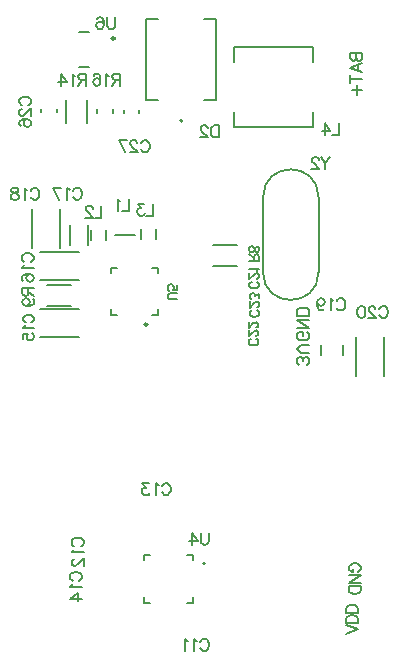
<source format=gbo>
G04*
G04 #@! TF.GenerationSoftware,Altium Limited,Altium Designer,19.0.15 (446)*
G04*
G04 Layer_Color=32896*
%FSLAX44Y44*%
%MOMM*%
G71*
G01*
G75*
%ADD11C,0.2000*%
%ADD12C,0.2500*%
%ADD13C,0.1270*%
%ADD17C,0.1778*%
D11*
X161797Y478979D02*
G03*
X161797Y478979I-1000J0D01*
G01*
X181037Y104193D02*
G03*
X181037Y104193I-1000J0D01*
G01*
X332652Y262732D02*
Y295794D01*
X309090Y262732D02*
Y295794D01*
X279223Y280586D02*
Y289059D01*
X297806Y280586D02*
Y289059D01*
X41137Y295810D02*
X74199D01*
X41137Y319372D02*
X74199D01*
X41140Y367810D02*
X74202D01*
X41140Y344248D02*
X74202D01*
X139453Y378883D02*
Y387383D01*
X126977Y378829D02*
Y387329D01*
X84552Y377743D02*
Y386243D01*
X97029Y377796D02*
Y386296D01*
X104665Y382439D02*
X121965D01*
X34464Y371541D02*
Y404603D01*
X58026Y371541D02*
Y404603D01*
X205453Y473892D02*
Y486617D01*
Y528407D02*
Y541132D01*
X272693D01*
Y473892D02*
Y486617D01*
Y528407D02*
Y541132D01*
X205453Y473892D02*
X272693D01*
X74573Y524201D02*
X82572D01*
X74573Y554201D02*
X82572D01*
X101380Y349715D02*
Y354715D01*
X106380D01*
X141380Y349715D02*
Y354715D01*
X136380D02*
X141380D01*
X101380Y314715D02*
Y319715D01*
Y314715D02*
X106380D01*
X141380D02*
Y319715D01*
X136380Y314715D02*
X141380D01*
X66948Y373621D02*
Y390346D01*
X81673Y373621D02*
Y390346D01*
X26464Y337651D02*
X36621D01*
X26464D02*
Y333297D01*
X26947Y331846D01*
X27431Y331362D01*
X28398Y330879D01*
X29366D01*
X30333Y331362D01*
X30817Y331846D01*
X31301Y333297D01*
Y337651D01*
Y334265D02*
X36621Y330879D01*
X29850Y322317D02*
X31301Y322801D01*
X32268Y323768D01*
X32752Y325219D01*
Y325703D01*
X32268Y327154D01*
X31301Y328122D01*
X29850Y328605D01*
X29366D01*
X27915Y328122D01*
X26947Y327154D01*
X26464Y325703D01*
Y325219D01*
X26947Y323768D01*
X27915Y322801D01*
X29850Y322317D01*
X32268D01*
X34687Y322801D01*
X36138Y323768D01*
X36621Y325219D01*
Y326187D01*
X36138Y327638D01*
X35170Y328122D01*
X192736Y475095D02*
Y464937D01*
Y475095D02*
X189349D01*
X187898Y474612D01*
X186931Y473644D01*
X186447Y472677D01*
X185964Y471226D01*
Y468807D01*
X186447Y467356D01*
X186931Y466389D01*
X187898Y465421D01*
X189349Y464937D01*
X192736D01*
X183206Y472677D02*
Y473160D01*
X182723Y474128D01*
X182239Y474612D01*
X181272Y475095D01*
X179337D01*
X178369Y474612D01*
X177886Y474128D01*
X177402Y473160D01*
Y472193D01*
X177886Y471226D01*
X178853Y469774D01*
X183690Y464937D01*
X176918D01*
X29346Y308321D02*
X28499Y308744D01*
X27653Y309590D01*
X27229Y310437D01*
Y312130D01*
X27653Y312976D01*
X28499Y313823D01*
X29346Y314246D01*
X30615Y314669D01*
X32732D01*
X34001Y314246D01*
X34848Y313823D01*
X35694Y312976D01*
X36117Y312130D01*
Y310437D01*
X35694Y309590D01*
X34848Y308744D01*
X34001Y308321D01*
X28922Y305824D02*
X28499Y304977D01*
X27229Y303707D01*
X36117D01*
X27229Y294227D02*
Y298459D01*
X31039Y298883D01*
X30615Y298459D01*
X30192Y297190D01*
Y295920D01*
X30615Y294650D01*
X31462Y293804D01*
X32732Y293380D01*
X33578D01*
X34848Y293804D01*
X35694Y294650D01*
X36117Y295920D01*
Y297190D01*
X35694Y298459D01*
X35271Y298883D01*
X34425Y299306D01*
X93366Y406902D02*
Y396744D01*
X87561D01*
X85965Y404483D02*
Y404967D01*
X85481Y405934D01*
X84997Y406418D01*
X84030Y406902D01*
X82095D01*
X81128Y406418D01*
X80644Y405934D01*
X80160Y404967D01*
Y403999D01*
X80644Y403032D01*
X81611Y401581D01*
X86449Y396744D01*
X79677D01*
X116367Y412934D02*
Y402776D01*
X110562D01*
X109450Y410999D02*
X108482Y411483D01*
X107031Y412934D01*
Y402776D01*
X80416Y518695D02*
Y508537D01*
Y518695D02*
X76062D01*
X74611Y518211D01*
X74127Y517728D01*
X73644Y516760D01*
Y515793D01*
X74127Y514825D01*
X74611Y514342D01*
X76062Y513858D01*
X80416D01*
X77030D02*
X73644Y508537D01*
X71370Y516760D02*
X70403Y517244D01*
X68952Y518695D01*
Y508537D01*
X59084Y518695D02*
X63921Y511923D01*
X56666D01*
X59084Y518695D02*
Y508537D01*
X28178Y359390D02*
X27210Y359874D01*
X26243Y360841D01*
X25759Y361809D01*
Y363744D01*
X26243Y364711D01*
X27210Y365678D01*
X28178Y366162D01*
X29629Y366646D01*
X32048D01*
X33499Y366162D01*
X34466Y365678D01*
X35433Y364711D01*
X35917Y363744D01*
Y361809D01*
X35433Y360841D01*
X34466Y359874D01*
X33499Y359390D01*
X27694Y356536D02*
X27210Y355569D01*
X25759Y354118D01*
X35917D01*
X27210Y343283D02*
X26243Y343766D01*
X25759Y345218D01*
Y346185D01*
X26243Y347636D01*
X27694Y348603D01*
X30113Y349087D01*
X32531D01*
X34466Y348603D01*
X35433Y347636D01*
X35917Y346185D01*
Y345701D01*
X35433Y344250D01*
X34466Y343283D01*
X33015Y342799D01*
X32531D01*
X31080Y343283D01*
X30113Y344250D01*
X29629Y345701D01*
Y346185D01*
X30113Y347636D01*
X31080Y348603D01*
X32531Y349087D01*
X105024Y566781D02*
Y559525D01*
X104540Y558074D01*
X103573Y557106D01*
X102121Y556623D01*
X101154D01*
X99703Y557106D01*
X98736Y558074D01*
X98252Y559525D01*
Y566781D01*
X89642Y565329D02*
X90126Y566297D01*
X91577Y566781D01*
X92544D01*
X93995Y566297D01*
X94963Y564846D01*
X95446Y562427D01*
Y560009D01*
X94963Y558074D01*
X93995Y557106D01*
X92544Y556623D01*
X92060D01*
X90609Y557106D01*
X89642Y558074D01*
X89158Y559525D01*
Y560009D01*
X89642Y561460D01*
X90609Y562427D01*
X92060Y562911D01*
X92544D01*
X93995Y562427D01*
X94963Y561460D01*
X95446Y560009D01*
X109082Y518697D02*
Y508540D01*
Y518697D02*
X104729D01*
X103278Y518214D01*
X102794Y517730D01*
X102310Y516763D01*
Y515795D01*
X102794Y514828D01*
X103278Y514344D01*
X104729Y513860D01*
X109082D01*
X105696D02*
X102310Y508540D01*
X100037Y516763D02*
X99070Y517246D01*
X97619Y518697D01*
Y508540D01*
X86784Y517246D02*
X87267Y518214D01*
X88718Y518697D01*
X89686D01*
X91137Y518214D01*
X92104Y516763D01*
X92588Y514344D01*
Y511925D01*
X92104Y509991D01*
X91137Y509023D01*
X89686Y508540D01*
X89202D01*
X87751Y509023D01*
X86784Y509991D01*
X86300Y511442D01*
Y511925D01*
X86784Y513377D01*
X87751Y514344D01*
X89202Y514828D01*
X89686D01*
X91137Y514344D01*
X92104Y513377D01*
X92588Y511925D01*
X294179Y476865D02*
Y466707D01*
X288375D01*
X282425Y476865D02*
X287262Y470093D01*
X280006D01*
X282425Y476865D02*
Y466707D01*
X126884Y460069D02*
X127368Y461036D01*
X128335Y462004D01*
X129303Y462488D01*
X131237D01*
X132205Y462004D01*
X133172Y461036D01*
X133656Y460069D01*
X134140Y458618D01*
Y456199D01*
X133656Y454748D01*
X133172Y453781D01*
X132205Y452813D01*
X131237Y452330D01*
X129303D01*
X128335Y452813D01*
X127368Y453781D01*
X126884Y454748D01*
X123546Y460069D02*
Y460553D01*
X123063Y461520D01*
X122579Y462004D01*
X121612Y462488D01*
X119677D01*
X118709Y462004D01*
X118226Y461520D01*
X117742Y460553D01*
Y459585D01*
X118226Y458618D01*
X119193Y457167D01*
X124030Y452330D01*
X117258D01*
X108213Y462488D02*
X113050Y452330D01*
X114985Y462488D02*
X108213D01*
X26171Y492250D02*
X25204Y492733D01*
X24236Y493701D01*
X23753Y494668D01*
Y496603D01*
X24236Y497570D01*
X25204Y498538D01*
X26171Y499021D01*
X27622Y499505D01*
X30041D01*
X31492Y499021D01*
X32459Y498538D01*
X33427Y497570D01*
X33910Y496603D01*
Y494668D01*
X33427Y493701D01*
X32459Y492733D01*
X31492Y492250D01*
X26171Y488912D02*
X25687D01*
X24720Y488428D01*
X24236Y487945D01*
X23753Y486977D01*
Y485042D01*
X24236Y484075D01*
X24720Y483591D01*
X25687Y483108D01*
X26655D01*
X27622Y483591D01*
X29073Y484559D01*
X33910Y489396D01*
Y482624D01*
X25204Y474546D02*
X24236Y475030D01*
X23753Y476481D01*
Y477448D01*
X24236Y478899D01*
X25687Y479867D01*
X28106Y480350D01*
X30524D01*
X32459Y479867D01*
X33427Y478899D01*
X33910Y477448D01*
Y476964D01*
X33427Y475513D01*
X32459Y474546D01*
X31008Y474062D01*
X30524D01*
X29073Y474546D01*
X28106Y475513D01*
X27622Y476964D01*
Y477448D01*
X28106Y478899D01*
X29073Y479867D01*
X30524Y480350D01*
X184347Y130376D02*
Y123121D01*
X183863Y121670D01*
X182896Y120702D01*
X181445Y120218D01*
X180478D01*
X179026Y120702D01*
X178059Y121670D01*
X177575Y123121D01*
Y130376D01*
X169933D02*
X174770Y123604D01*
X167514D01*
X169933Y130376D02*
Y120218D01*
X286932Y448366D02*
X283062Y443528D01*
Y438208D01*
X279193Y448366D02*
X283062Y443528D01*
X277403Y445947D02*
Y446431D01*
X276919Y447398D01*
X276435Y447882D01*
X275468Y448366D01*
X273533D01*
X272566Y447882D01*
X272082Y447398D01*
X271598Y446431D01*
Y445463D01*
X272082Y444496D01*
X273050Y443045D01*
X277887Y438208D01*
X271115D01*
X157364Y327734D02*
X151740D01*
X150616Y328108D01*
X149866Y328858D01*
X149491Y329983D01*
Y330733D01*
X149866Y331857D01*
X150616Y332607D01*
X151740Y332982D01*
X157364D01*
Y339655D02*
Y335906D01*
X153990Y335531D01*
X154365Y335906D01*
X154739Y337030D01*
Y338155D01*
X154365Y339280D01*
X153615Y340029D01*
X152490Y340404D01*
X151740D01*
X150616Y340029D01*
X149866Y339280D01*
X149491Y338155D01*
Y337030D01*
X149866Y335906D01*
X150241Y335531D01*
X150991Y335156D01*
X226507Y360543D02*
X218635D01*
X226507D02*
Y363916D01*
X226132Y365041D01*
X225757Y365416D01*
X225008Y365791D01*
X224258D01*
X223508Y365416D01*
X223133Y365041D01*
X222758Y363916D01*
Y360543D01*
Y363167D02*
X218635Y365791D01*
X226507Y369427D02*
X226132Y368302D01*
X225382Y367928D01*
X224633D01*
X223883Y368302D01*
X223508Y369052D01*
X223133Y370552D01*
X222758Y371676D01*
X222009Y372426D01*
X221259Y372801D01*
X220134D01*
X219384Y372426D01*
X219010Y372051D01*
X218635Y370927D01*
Y369427D01*
X219010Y368302D01*
X219384Y367928D01*
X220134Y367553D01*
X221259D01*
X222009Y367928D01*
X222758Y368677D01*
X223133Y369802D01*
X223508Y371301D01*
X223883Y372051D01*
X224633Y372426D01*
X225382D01*
X226132Y372051D01*
X226507Y370927D01*
Y369427D01*
X137220Y408807D02*
Y398650D01*
X131415D01*
X129335Y408807D02*
X124015D01*
X126917Y404938D01*
X125466D01*
X124498Y404454D01*
X124015Y403970D01*
X123531Y402519D01*
Y401552D01*
X124015Y400101D01*
X124982Y399133D01*
X126433Y398650D01*
X127884D01*
X129335Y399133D01*
X129819Y399617D01*
X130303Y400584D01*
X224878Y318627D02*
X225628Y318252D01*
X226378Y317502D01*
X226753Y316753D01*
Y315253D01*
X226378Y314503D01*
X225628Y313754D01*
X224878Y313379D01*
X223754Y313004D01*
X221879D01*
X220755Y313379D01*
X220005Y313754D01*
X219255Y314503D01*
X218880Y315253D01*
Y316753D01*
X219255Y317502D01*
X220005Y318252D01*
X220755Y318627D01*
X224878Y321214D02*
X225253D01*
X226003Y321589D01*
X226378Y321963D01*
X226753Y322713D01*
Y324213D01*
X226378Y324962D01*
X226003Y325337D01*
X225253Y325712D01*
X224503D01*
X223754Y325337D01*
X222629Y324588D01*
X218880Y320839D01*
Y326087D01*
X226753Y328599D02*
Y332722D01*
X223754Y330473D01*
Y331598D01*
X223379Y332347D01*
X223004Y332722D01*
X221879Y333097D01*
X221130D01*
X220005Y332722D01*
X219255Y331973D01*
X218880Y330848D01*
Y329723D01*
X219255Y328599D01*
X219630Y328224D01*
X220380Y327849D01*
X224213Y294390D02*
X224963Y294015D01*
X225713Y293265D01*
X226088Y292515D01*
Y291016D01*
X225713Y290266D01*
X224963Y289516D01*
X224213Y289141D01*
X223089Y288766D01*
X221214D01*
X220090Y289141D01*
X219340Y289516D01*
X218590Y290266D01*
X218216Y291016D01*
Y292515D01*
X218590Y293265D01*
X219340Y294015D01*
X220090Y294390D01*
X224213Y296976D02*
X224588D01*
X225338Y297351D01*
X225713Y297726D01*
X226088Y298476D01*
Y299975D01*
X225713Y300725D01*
X225338Y301100D01*
X224588Y301475D01*
X223839D01*
X223089Y301100D01*
X221964Y300350D01*
X218216Y296601D01*
Y301849D01*
X224213Y303986D02*
X224588D01*
X225338Y304361D01*
X225713Y304736D01*
X226088Y305486D01*
Y306985D01*
X225713Y307735D01*
X225338Y308110D01*
X224588Y308485D01*
X223839D01*
X223089Y308110D01*
X221964Y307360D01*
X218216Y303611D01*
Y308860D01*
X224703Y342693D02*
X225452Y342318D01*
X226202Y341569D01*
X226577Y340819D01*
Y339319D01*
X226202Y338570D01*
X225452Y337820D01*
X224703Y337445D01*
X223578Y337070D01*
X221704D01*
X220579Y337445D01*
X219829Y337820D01*
X219079Y338570D01*
X218705Y339319D01*
Y340819D01*
X219079Y341569D01*
X219829Y342318D01*
X220579Y342693D01*
X224703Y345280D02*
X225077D01*
X225827Y345655D01*
X226202Y346030D01*
X226577Y346779D01*
Y348279D01*
X226202Y349029D01*
X225827Y349403D01*
X225077Y349778D01*
X224328D01*
X223578Y349403D01*
X222453Y348654D01*
X218705Y344905D01*
Y350153D01*
X225077Y351915D02*
X225452Y352665D01*
X226577Y353789D01*
X218705D01*
X328739Y319791D02*
X329223Y320758D01*
X330191Y321726D01*
X331158Y322209D01*
X333093D01*
X334060Y321726D01*
X335028Y320758D01*
X335511Y319791D01*
X335995Y318340D01*
Y315921D01*
X335511Y314470D01*
X335028Y313503D01*
X334060Y312535D01*
X333093Y312051D01*
X331158D01*
X330191Y312535D01*
X329223Y313503D01*
X328739Y314470D01*
X325402Y319791D02*
Y320274D01*
X324918Y321242D01*
X324434Y321726D01*
X323467Y322209D01*
X321532D01*
X320565Y321726D01*
X320081Y321242D01*
X319597Y320274D01*
Y319307D01*
X320081Y318340D01*
X321049Y316889D01*
X325886Y312051D01*
X319114D01*
X313938Y322209D02*
X315389Y321726D01*
X316357Y320274D01*
X316840Y317856D01*
Y316405D01*
X316357Y313986D01*
X315389Y312535D01*
X313938Y312051D01*
X312971D01*
X311520Y312535D01*
X310552Y313986D01*
X310068Y316405D01*
Y317856D01*
X310552Y320274D01*
X311520Y321726D01*
X312971Y322209D01*
X313938D01*
X292640Y326204D02*
X293123Y327172D01*
X294091Y328139D01*
X295058Y328623D01*
X296993D01*
X297960Y328139D01*
X298928Y327172D01*
X299412Y326204D01*
X299895Y324753D01*
Y322335D01*
X299412Y320883D01*
X298928Y319916D01*
X297960Y318949D01*
X296993Y318465D01*
X295058D01*
X294091Y318949D01*
X293123Y319916D01*
X292640Y320883D01*
X289786Y326688D02*
X288818Y327172D01*
X287367Y328623D01*
Y318465D01*
X276049Y325237D02*
X276532Y323786D01*
X277500Y322818D01*
X278951Y322335D01*
X279435D01*
X280886Y322818D01*
X281853Y323786D01*
X282337Y325237D01*
Y325720D01*
X281853Y327172D01*
X280886Y328139D01*
X279435Y328623D01*
X278951D01*
X277500Y328139D01*
X276532Y327172D01*
X276049Y325237D01*
Y322818D01*
X276532Y320400D01*
X277500Y318949D01*
X278951Y318465D01*
X279918D01*
X281369Y318949D01*
X281853Y319916D01*
X33622Y419745D02*
X34106Y420713D01*
X35073Y421680D01*
X36041Y422164D01*
X37976D01*
X38943Y421680D01*
X39911Y420713D01*
X40394Y419745D01*
X40878Y418294D01*
Y415876D01*
X40394Y414425D01*
X39911Y413457D01*
X38943Y412490D01*
X37976Y412006D01*
X36041D01*
X35073Y412490D01*
X34106Y413457D01*
X33622Y414425D01*
X30768Y420229D02*
X29801Y420713D01*
X28350Y422164D01*
Y412006D01*
X20901Y422164D02*
X22352Y421680D01*
X22836Y420713D01*
Y419745D01*
X22352Y418778D01*
X21385Y418294D01*
X19450Y417811D01*
X17999Y417327D01*
X17031Y416359D01*
X16548Y415392D01*
Y413941D01*
X17031Y412974D01*
X17515Y412490D01*
X18966Y412006D01*
X20901D01*
X22352Y412490D01*
X22836Y412974D01*
X23319Y413941D01*
Y415392D01*
X22836Y416359D01*
X21868Y417327D01*
X20417Y417811D01*
X18482Y418294D01*
X17515Y418778D01*
X17031Y419745D01*
Y420713D01*
X17515Y421680D01*
X18966Y422164D01*
X20901D01*
X69432Y419885D02*
X69915Y420852D01*
X70883Y421820D01*
X71850Y422303D01*
X73785D01*
X74752Y421820D01*
X75720Y420852D01*
X76203Y419885D01*
X76687Y418434D01*
Y416015D01*
X76203Y414564D01*
X75720Y413597D01*
X74752Y412629D01*
X73785Y412146D01*
X71850D01*
X70883Y412629D01*
X69915Y413597D01*
X69432Y414564D01*
X66578Y420369D02*
X65610Y420852D01*
X64159Y422303D01*
Y412146D01*
X52357Y422303D02*
X57194Y412146D01*
X59129Y422303D02*
X52357D01*
X69112Y89596D02*
X68144Y90080D01*
X67177Y91047D01*
X66693Y92015D01*
Y93949D01*
X67177Y94917D01*
X68144Y95884D01*
X69112Y96368D01*
X70563Y96852D01*
X72981D01*
X74433Y96368D01*
X75400Y95884D01*
X76367Y94917D01*
X76851Y93949D01*
Y92015D01*
X76367Y91047D01*
X75400Y90080D01*
X74433Y89596D01*
X68628Y86742D02*
X68144Y85775D01*
X66693Y84324D01*
X76851D01*
X66693Y74456D02*
X73465Y79293D01*
Y72038D01*
X66693Y74456D02*
X76851D01*
X144708Y169728D02*
X145192Y170695D01*
X146159Y171663D01*
X147127Y172147D01*
X149062D01*
X150029Y171663D01*
X150997Y170695D01*
X151480Y169728D01*
X151964Y168277D01*
Y165858D01*
X151480Y164407D01*
X150997Y163440D01*
X150029Y162472D01*
X149062Y161989D01*
X147127D01*
X146159Y162472D01*
X145192Y163440D01*
X144708Y164407D01*
X141854Y170212D02*
X140887Y170695D01*
X139436Y172147D01*
Y161989D01*
X133438Y172147D02*
X128117D01*
X131019Y168277D01*
X129568D01*
X128601Y167793D01*
X128117Y167309D01*
X127633Y165858D01*
Y164891D01*
X128117Y163440D01*
X129085Y162472D01*
X130536Y161989D01*
X131987D01*
X133438Y162472D01*
X133922Y162956D01*
X134405Y163924D01*
X70481Y118741D02*
X69513Y119225D01*
X68546Y120192D01*
X68062Y121160D01*
Y123095D01*
X68546Y124062D01*
X69513Y125029D01*
X70481Y125513D01*
X71932Y125997D01*
X74350D01*
X75802Y125513D01*
X76769Y125029D01*
X77736Y124062D01*
X78220Y123095D01*
Y121160D01*
X77736Y120192D01*
X76769Y119225D01*
X75802Y118741D01*
X69997Y115887D02*
X69513Y114920D01*
X68062Y113469D01*
X78220D01*
X70481Y107955D02*
X69997D01*
X69030Y107471D01*
X68546Y106987D01*
X68062Y106020D01*
Y104085D01*
X68546Y103118D01*
X69030Y102634D01*
X69997Y102150D01*
X70964D01*
X71932Y102634D01*
X73383Y103601D01*
X78220Y108438D01*
Y101666D01*
X177179Y37889D02*
X177663Y38856D01*
X178630Y39824D01*
X179597Y40308D01*
X181532D01*
X182500Y39824D01*
X183467Y38856D01*
X183951Y37889D01*
X184435Y36438D01*
Y34019D01*
X183951Y32568D01*
X183467Y31601D01*
X182500Y30633D01*
X181532Y30150D01*
X179597D01*
X178630Y30633D01*
X177663Y31601D01*
X177179Y32568D01*
X174325Y38373D02*
X173358Y38856D01*
X171907Y40308D01*
Y30150D01*
X166876Y38373D02*
X165909Y38856D01*
X164457Y40308D01*
Y30150D01*
D12*
X104573Y548701D02*
G03*
X104573Y548701I-1250J0D01*
G01*
X132380Y306611D02*
G03*
X132380Y306611I-1250J0D01*
G01*
D13*
X277199Y414391D02*
G03*
X230198Y414391I-23500J0D01*
G01*
Y350791D02*
G03*
X277199Y350791I23500J0D01*
G01*
X47609Y340315D02*
X67609D01*
X47609Y322515D02*
X67609D01*
X131297Y496604D02*
Y565354D01*
Y496604D02*
X141697D01*
X131297Y565354D02*
X141697D01*
X190297Y496604D02*
Y565354D01*
X179897D02*
X190297D01*
X179897Y496604D02*
X190297D01*
X188115Y373445D02*
X208115D01*
X188115Y355645D02*
X208115D01*
X63717Y476948D02*
Y496948D01*
X81517Y476948D02*
Y496948D01*
X103520Y485465D02*
Y488865D01*
X89920Y485465D02*
Y488865D01*
X55449Y486097D02*
Y489098D01*
X42450Y486097D02*
Y489098D01*
X112589Y485446D02*
Y488446D01*
X125590Y485446D02*
Y488446D01*
X230198Y350791D02*
Y414391D01*
X277199Y350791D02*
Y414391D01*
X129537Y111693D02*
X134437D01*
X129537Y106793D02*
Y111693D01*
X165637Y70693D02*
X170537D01*
Y75593D01*
X129537Y70693D02*
Y75593D01*
Y70693D02*
X134437D01*
X170537Y106793D02*
Y111693D01*
X165637D02*
X170537D01*
D17*
X304158Y536775D02*
X314315D01*
X304158D02*
Y532421D01*
X304641Y530970D01*
X305125Y530486D01*
X306092Y530003D01*
X307060D01*
X308027Y530486D01*
X308511Y530970D01*
X308995Y532421D01*
Y536775D02*
Y532421D01*
X309478Y530970D01*
X309962Y530486D01*
X310929Y530003D01*
X312381D01*
X313348Y530486D01*
X313832Y530970D01*
X314315Y532421D01*
Y536775D01*
Y519990D02*
X304158Y523860D01*
X314315Y527729D01*
X310929Y526278D02*
Y521441D01*
X304158Y514234D02*
X314315D01*
X304158Y517620D02*
Y510848D01*
X305609Y505285D02*
X314315D01*
X309962Y509639D02*
Y500932D01*
X300502Y44567D02*
X310660Y48437D01*
X300502Y52307D02*
X310660Y48437D01*
X300502Y53613D02*
X310660D01*
X300502D02*
Y56999D01*
X300985Y58450D01*
X301953Y59417D01*
X302920Y59901D01*
X304371Y60384D01*
X306790D01*
X308241Y59901D01*
X309208Y59417D01*
X310176Y58450D01*
X310660Y56999D01*
Y53613D01*
X300502Y62658D02*
X310660D01*
X300502D02*
Y66044D01*
X300985Y67495D01*
X301953Y68462D01*
X302920Y68946D01*
X304371Y69430D01*
X306790D01*
X308241Y68946D01*
X309208Y68462D01*
X310176Y67495D01*
X310660Y66044D01*
Y62658D01*
X267598Y300208D02*
X269291Y298515D01*
Y295129D01*
X267598Y293437D01*
X260827D01*
X259134Y295129D01*
Y298515D01*
X260827Y300208D01*
X264212D01*
Y296822D01*
X259134Y303593D02*
X269291D01*
X259134Y310364D01*
X269291D01*
Y313750D02*
X259134D01*
Y318828D01*
X260827Y320521D01*
X267598D01*
X269291Y318828D01*
Y313750D01*
X310622Y96968D02*
X311590Y97451D01*
X312557Y98419D01*
X313041Y99386D01*
Y101321D01*
X312557Y102289D01*
X311590Y103256D01*
X310622Y103740D01*
X309171Y104223D01*
X306752D01*
X305301Y103740D01*
X304334Y103256D01*
X303367Y102289D01*
X302883Y101321D01*
Y99386D01*
X303367Y98419D01*
X304334Y97451D01*
X305301Y96968D01*
X306752D01*
Y99386D02*
Y96968D01*
X313041Y94646D02*
X302883D01*
X313041D02*
X302883Y87874D01*
X313041D02*
X302883D01*
X313041Y85069D02*
X302883D01*
X313041D02*
Y81683D01*
X312557Y80232D01*
X311590Y79264D01*
X310622Y78780D01*
X309171Y78297D01*
X306752D01*
X305301Y78780D01*
X304334Y79264D01*
X303367Y80232D01*
X302883Y81683D01*
Y85069D01*
X267598Y271866D02*
X269291Y273558D01*
Y276944D01*
X267598Y278637D01*
X265905D01*
X264212Y276944D01*
Y275251D01*
Y276944D01*
X262520Y278637D01*
X260827D01*
X259134Y276944D01*
Y273558D01*
X260827Y271866D01*
X269291Y282022D02*
X262520D01*
X259134Y285408D01*
X262520Y288794D01*
X269291D01*
M02*

</source>
